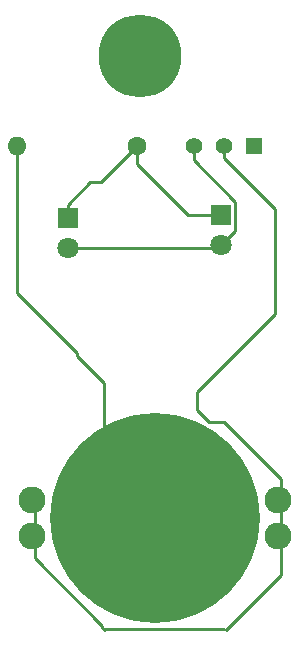
<source format=gbr>
G04 #@! TF.FileFunction,Copper,L2,Bot,Signal*
%FSLAX46Y46*%
G04 Gerber Fmt 4.6, Leading zero omitted, Abs format (unit mm)*
G04 Created by KiCad (PCBNEW 4.0.7) date 09/18/18 22:56:12*
%MOMM*%
%LPD*%
G01*
G04 APERTURE LIST*
%ADD10C,0.100000*%
%ADD11C,2.286000*%
%ADD12C,17.780000*%
%ADD13R,1.800000X1.800000*%
%ADD14C,1.800000*%
%ADD15C,1.600000*%
%ADD16O,1.600000X1.600000*%
%ADD17R,1.397000X1.397000*%
%ADD18C,1.397000*%
%ADD19C,7.000000*%
%ADD20C,0.250000*%
G04 APERTURE END LIST*
D10*
D11*
X78994000Y-130048000D03*
X58166000Y-130048000D03*
X78994000Y-127000000D03*
X58166000Y-127000000D03*
D12*
X68580000Y-128524000D03*
D13*
X61214000Y-103124000D03*
D14*
X61214000Y-105664000D03*
D13*
X74168000Y-102870000D03*
D14*
X74168000Y-105410000D03*
D15*
X67056000Y-97028000D03*
D16*
X56896000Y-97028000D03*
D17*
X76962000Y-97028000D03*
D18*
X74422000Y-97028000D03*
X71882000Y-97028000D03*
D19*
X67310000Y-89408000D03*
D20*
X74604999Y-137993001D02*
X79248000Y-133350000D01*
X79248000Y-133350000D02*
X79248000Y-130302000D01*
X64262000Y-137922000D02*
X64339798Y-137922000D01*
X64339798Y-137922000D02*
X64410799Y-137993001D01*
X64227800Y-137922000D02*
X74422000Y-137922000D01*
X64169554Y-137829554D02*
X64262000Y-137922000D01*
X64169554Y-137668000D02*
X64169554Y-137829554D01*
X58420000Y-130302000D02*
X58420000Y-131918446D01*
X58420000Y-131918446D02*
X64169554Y-137668000D01*
X74422000Y-120396000D02*
X79248000Y-125222000D01*
X79248000Y-125222000D02*
X79248000Y-127254000D01*
X73152000Y-120396000D02*
X74422000Y-120396000D01*
X72136000Y-119380000D02*
X73152000Y-120396000D01*
X72136000Y-117856000D02*
X72136000Y-119380000D01*
X78740000Y-111252000D02*
X72136000Y-117856000D01*
X78740000Y-102333828D02*
X78740000Y-111252000D01*
X74422000Y-97028000D02*
X74422000Y-98015828D01*
X74422000Y-98015828D02*
X78740000Y-102333828D01*
X79248000Y-127254000D02*
X79248000Y-130302000D01*
X58420000Y-127254000D02*
X58420000Y-128870446D01*
X58420000Y-128870446D02*
X58420000Y-130302000D01*
X64262000Y-117094000D02*
X64262000Y-124206000D01*
X64262000Y-124206000D02*
X68834000Y-128778000D01*
X61976000Y-114808000D02*
X64262000Y-117094000D01*
X61976000Y-114554000D02*
X61976000Y-114808000D01*
X56896000Y-109474000D02*
X61976000Y-114554000D01*
X56896000Y-97028000D02*
X56896000Y-109474000D01*
X67056000Y-98552000D02*
X71374000Y-102870000D01*
X71374000Y-102870000D02*
X74168000Y-102870000D01*
X67056000Y-97028000D02*
X67056000Y-98552000D01*
X63112000Y-100076000D02*
X64008000Y-100076000D01*
X64008000Y-100076000D02*
X67056000Y-97028000D01*
X61214000Y-103124000D02*
X61214000Y-101974000D01*
X61214000Y-101974000D02*
X63112000Y-100076000D01*
X61214000Y-105664000D02*
X73914000Y-105664000D01*
X73914000Y-105664000D02*
X74168000Y-105410000D01*
X71882000Y-97028000D02*
X71882000Y-98198998D01*
X75393001Y-104184999D02*
X75067999Y-104510001D01*
X71882000Y-98198998D02*
X75393001Y-101709999D01*
X75393001Y-101709999D02*
X75393001Y-104184999D01*
X75067999Y-104510001D02*
X74168000Y-105410000D01*
M02*

</source>
